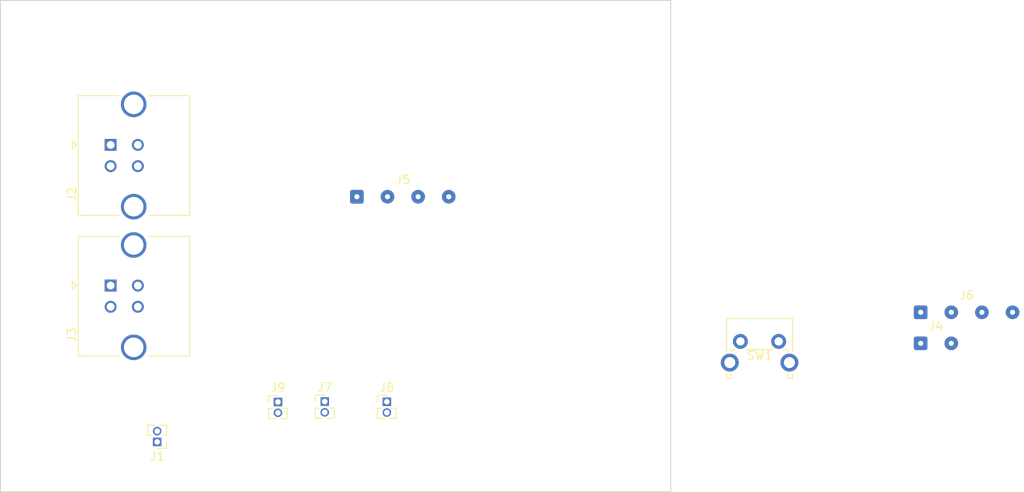
<source format=kicad_pcb>
(kicad_pcb (version 20211014) (generator pcbnew)
  (layers (0 "F.Cu" signal) (31 "B.Cu" signal) (34 "B.Paste" user) (35 "F.Paste" user) (36 "B.SilkS" user "B.Silkscreen") (37 "F.SilkS" user "F.Silkscreen") (38 "B.Mask" user) (39 "F.Mask" user) (44 "Edge.Cuts" user))
  (net 0 "")
  (net 1 "/H1 - Onboard Harp Configuration/Camera2_conn_trigger")
  (net 2 "/H1 - Onboard Harp Configuration/Camera1_conn_trigger")
  (net 3 "/H1 - Onboard Harp Configuration/USB1_V+")
  (net 4 "/H1 - Onboard Harp Configuration/USB1_data-")
  (net 5 "/H1 - Onboard Harp Configuration/USB1_data+")
  (net 6 "GNDD")
  (net 7 "/H1 - Onboard Harp Configuration/USB2_V+")
  (net 8 "/Bonsai Interface PC/HARP1_USB_toBonsai ??")
  (net 9 "/Bonsai Interface PC/HARP2 _USB_toBonsai ??")
  (net 10 "/Bonsai Interface PC/USB2_V+")
  (net 11 "/Bonsai Interface PC/USB2_GND")
  (net 12 "/Bonsai Interface PC/USB1_V+")
  (net 13 "/Bonsai Interface PC/USB1_data-")
  (net 14 "/Bonsai Interface PC/USB1_data+")
  (net 15 "/Bonsai Interface PC/USB1_GND")
  (net 16 "+12V")
  (net 17 "+12P")
  (net 18 "USB2_data-")
  (net 19 "USB2_data+")
  (net 22 "+3.3V")
  (footprint "Connector_Wire:SolderWire-0.1sqmm_1x04_P3.6mm_D0.4mm_OD1mm" (layer "F.Cu") (at 201.05 111.175)
    (fp_text reference "J6" (at 5.4 -2) (layer "F.SilkS"))
    (fp_text value "Conn_01x04_Male")
    (pad "1" thru_hole roundrect (at 0 0) (size 1.6 1.6) (drill 0.6) (layers *.Cu *.Mask) (roundrect_rratio 0.15625) (net 12 "/Bonsai Interface PC/USB1_V+"))
    (pad "2" thru_hole circle (at 3.6 0) (size 1.6 1.6) (drill 0.6) (layers *.Cu *.Mask) (net 13 "/Bonsai Interface PC/USB1_data-"))
    (pad "3" thru_hole circle (at 7.2 0) (size 1.6 1.6) (drill 0.6) (layers *.Cu *.Mask) (net 14 "/Bonsai Interface PC/USB1_data+"))
    (pad "4" thru_hole circle (at 10.8 0) (size 1.6 1.6) (drill 0.6) (layers *.Cu *.Mask) (net 15 "/Bonsai Interface PC/USB1_GND"))
  )
  (footprint "Connector_Wire:SolderWire-0.1sqmm_1x04_P3.6mm_D0.4mm_OD1mm" (layer "F.Cu") (at 134.775 97.575)
    (fp_text reference "J5" (at 5.4 -2) (layer "F.SilkS"))
    (fp_text value "Conn_01x04_Male")
    (pad "1" thru_hole roundrect (at 0 0) (size 1.6 1.6) (drill 0.6) (layers *.Cu *.Mask) (roundrect_rratio 0.15625) (net 10 "/Bonsai Interface PC/USB2_V+"))
    (pad "2" thru_hole circle (at 3.6 0) (size 1.6 1.6) (drill 0.6) (layers *.Cu *.Mask) (net 18 "USB2_data-"))
    (pad "3" thru_hole circle (at 7.2 0) (size 1.6 1.6) (drill 0.6) (layers *.Cu *.Mask) (net 19 "USB2_data+"))
    (pad "4" thru_hole circle (at 10.8 0) (size 1.6 1.6) (drill 0.6) (layers *.Cu *.Mask) (net 11 "/Bonsai Interface PC/USB2_GND"))
  )
  (footprint "Button_Switch_THT:SW_Tactile_SPST_Angled_PTS645Vx83-2LFS" (layer "F.Cu") (at 179.86 114.6)
    (fp_text reference "SW1" (at 2.25 1.68) (layer "F.SilkS"))
    (fp_text value "SW_Push_Open")
    (fp_line (start -1.09 3.8) (end -1.09 4.31) (layer "F.SilkS") (width 0.12))
    (fp_line (start -1.61 3.8) (end -1.61 4.31) (layer "F.SilkS") (width 0.12))
    (fp_line (start 5.59 0.97) (end 5.59 1.2) (layer "F.SilkS") (width 0.12))
    (fp_line (start -1.09 0.97) (end -0.55 0.97) (layer "F.SilkS") (width 0.12))
    (fp_line (start 5.59 4.31) (end 6.11 4.31) (layer "F.SilkS") (width 0.12))
    (fp_line (start 5.59 3.8) (end 5.59 4.31) (layer "F.SilkS") (width 0.12))
    (fp_line (start -1.61 -2.7) (end 6.11 -2.7) (layer "F.SilkS") (width 0.12))
    (fp_line (start 6.11 3.8) (end 6.11 4.31) (layer "F.SilkS") (width 0.12))
    (fp_line (start 6.11 -2.7) (end 6.11 1.2) (layer "F.SilkS") (width 0.12))
    (fp_line (start -1.09 0.97) (end -1.09 1.2) (layer "F.SilkS") (width 0.12))
    (fp_line (start 0.55 0.97) (end 3.95 0.97) (layer "F.SilkS") (width 0.12))
    (fp_line (start -1.61 -2.7) (end -1.61 1.2) (layer "F.SilkS") (width 0.12))
    (fp_line (start 5.05 0.97) (end 5.59 0.97) (layer "F.SilkS") (width 0.12))
    (fp_line (start -1.61 4.31) (end -1.09 4.31) (layer "F.SilkS") (width 0.12))
    (pad "" thru_hole circle (at 5.76 2.49) (size 2.1 2.1) (drill 1.3) (layers *.Cu *.Mask))
    (pad "" thru_hole circle (at -1.25 2.49) (size 2.1 2.1) (drill 1.3) (layers *.Cu *.Mask))
    (pad "1" thru_hole circle (at 0 0) (size 1.75 1.75) (drill 0.99) (layers *.Cu *.Mask) (net 16 "+12V"))
    (pad "2" thru_hole circle (at 4.5 0) (size 1.75 1.75) (drill 0.99) (layers *.Cu *.Mask) (net 17 "+12P"))
  )
  (footprint "Connector_USB:USB_B_TE_5787834_Vertical" (layer "F.Cu") (at 105.83 91.475 90)
    (fp_text reference "J2" (at -5.8 -4.55 90) (layer "F.SilkS"))
    (fp_text value "USB_B")
    (fp_line (start -0.5 -4.5) (end 0 -4) (layer "F.SilkS") (width 0.12))
    (fp_line (start -8.3 1) (end -8.3 -3.8) (layer "F.SilkS") (width 0.12))
    (fp_line (start -8.3 9.3) (end -8.3 4.5) (layer "F.SilkS") (width 0.12))
    (fp_line (start 5.8 9.3) (end -8.3 9.3) (layer "F.SilkS") (width 0.12))
    (fp_line (start 5.8 -3.8) (end 5.8 1) (layer "F.SilkS") (width 0.12))
    (fp_line (start -8.3 -3.8) (end 5.8 -3.8) (layer "F.SilkS") (width 0.12))
    (fp_line (start 0.5 -4.5) (end -0.5 -4.5) (layer "F.SilkS") (width 0.12))
    (fp_line (start 0 -4) (end 0.5 -4.5) (layer "F.SilkS") (width 0.12))
    (fp_line (start 5.8 4.5) (end 5.8 9.3) (layer "F.SilkS") (width 0.12))
    (pad "1" thru_hole rect (at 0 0 90) (size 1.4 1.4) (drill 0.92) (layers *.Cu *.Mask) (net 3 "/H1 - Onboard Harp Configuration/USB1_V+"))
    (pad "2" thru_hole circle (at -2.5 0 90) (size 1.4 1.4) (drill 0.92) (layers *.Cu *.Mask) (net 4 "/H1 - Onboard Harp Configuration/USB1_data-"))
    (pad "3" thru_hole circle (at -2.5 3.2 90) (size 1.4 1.4) (drill 0.92) (layers *.Cu *.Mask) (net 5 "/H1 - Onboard Harp Configuration/USB1_data+"))
    (pad "4" thru_hole circle (at 0 3.2 90) (size 1.4 1.4) (drill 0.92) (layers *.Cu *.Mask) (net 6 "GNDD"))
    (pad "5" thru_hole circle (at 4.77 2.71 90) (size 3 3) (drill 2.3) (layers *.Cu *.Mask) (net 6 "GNDD"))
    (pad "5" thru_hole circle (at -7.27 2.71 90) (size 3 3) (drill 2.3) (layers *.Cu *.Mask) (net 6 "GNDD"))
  )
  (footprint "Connector_PinHeader_1.27mm:PinHeader_1x02_P1.27mm_Vertical" (layer "F.Cu") (at 131 121.675)
    (fp_text reference "J7" (at 0 -1.695) (layer "F.SilkS"))
    (fp_text value "Conn_01x02_Female")
    (fp_line (start 0.563471 0.76) (end 1.11 0.76) (layer "F.SilkS") (width 0.12))
    (fp_line (start 1.11 0.76) (end 1.11 1.965) (layer "F.SilkS") (width 0.12))
    (fp_line (start -1.11 0) (end -1.11 -0.76) (layer "F.SilkS") (width 0.12))
    (fp_line (start -1.11 0.76) (end -0.563471 0.76) (layer "F.SilkS") (width 0.12))
    (fp_line (start -1.11 -0.76) (end 0 -0.76) (layer "F.SilkS") (width 0.12))
    (fp_line (start -1.11 1.965) (end -0.30753 1.965) (layer "F.SilkS") (width 0.12))
    (fp_line (start 0.30753 1.965) (end 1.11 1.965) (layer "F.SilkS") (width 0.12))
    (fp_line (start -1.11 0.76) (end -1.11 1.965) (layer "F.SilkS") (width 0.12))
    (pad "1" thru_hole rect (at 0 0) (size 1 1) (drill 0.65) (layers *.Cu *.Mask))
    (pad "2" thru_hole oval (at 0 1.27) (size 1 1) (drill 0.65) (layers *.Cu *.Mask) (net 22 "+3.3V"))
  )
  (footprint "Connector_PinHeader_1.27mm:PinHeader_1x02_P1.27mm_Vertical" (layer "F.Cu") (at 125.5 121.725)
    (fp_text reference "J9" (at 0 -1.695) (layer "F.SilkS"))
    (fp_text value "Conn_01x02_Female")
    (fp_line (start 0.30753 1.965) (end 1.11 1.965) (layer "F.SilkS") (width 0.12))
    (fp_line (start 0.563471 0.76) (end 1.11 0.76) (layer "F.SilkS") (width 0.12))
    (fp_line (start -1.11 0) (end -1.11 -0.76) (layer "F.SilkS") (width 0.12))
    (fp_line (start -1.11 0.76) (end -1.11 1.965) (layer "F.SilkS") (width 0.12))
    (fp_line (start -1.11 -0.76) (end 0 -0.76) (layer "F.SilkS") (width 0.12))
    (fp_line (start -1.11 1.965) (end -0.30753 1.965) (layer "F.SilkS") (width 0.12))
    (fp_line (start 1.11 0.76) (end 1.11 1.965) (layer "F.SilkS") (width 0.12))
    (fp_line (start -1.11 0.76) (end -0.563471 0.76) (layer "F.SilkS") (width 0.12))
    (pad "1" thru_hole rect (at 0 0) (size 1 1) (drill 0.65) (layers *.Cu *.Mask) (net 22 "+3.3V"))
    (pad "2" thru_hole oval (at 0 1.27) (size 1 1) (drill 0.65) (layers *.Cu *.Mask) (net 22 "+3.3V"))
  )
  (footprint "Connector_PinHeader_1.27mm:PinHeader_1x02_P1.27mm_Vertical" (layer "F.Cu") (at 111.3 126.425 180)
    (fp_text reference "J1" (at 0 -1.695) (layer "F.SilkS"))
    (fp_text value "Conn_01x02_Female")
    (fp_line (start -1.11 -0.76) (end 0 -0.76) (layer "F.SilkS") (width 0.12))
    (fp_line (start -1.11 1.965) (end -0.30753 1.965) (layer "F.SilkS") (width 0.12))
    (fp_line (start 0.30753 1.965) (end 1.11 1.965) (layer "F.SilkS") (width 0.12))
    (fp_line (start -1.11 0) (end -1.11 -0.76) (layer "F.SilkS") (width 0.12))
    (fp_line (start -1.11 0.76) (end -1.11 1.965) (layer "F.SilkS") (width 0.12))
    (fp_line (start -1.11 0.76) (end -0.563471 0.76) (layer "F.SilkS") (width 0.12))
    (fp_line (start 1.11 0.76) (end 1.11 1.965) (layer "F.SilkS") (width 0.12))
    (fp_line (start 0.563471 0.76) (end 1.11 0.76) (layer "F.SilkS") (width 0.12))
    (pad "1" thru_hole rect (at 0 0 180) (size 1 1) (drill 0.65) (layers *.Cu *.Mask) (net 1 "/H1 - Onboard Harp Configuration/Camera2_conn_trigger"))
    (pad "2" thru_hole oval (at 0 1.27 180) (size 1 1) (drill 0.65) (layers *.Cu *.Mask) (net 2 "/H1 - Onboard Harp Configuration/Camera1_conn_trigger"))
  )
  (footprint "Connector_USB:USB_B_TE_5787834_Vertical" (layer "F.Cu") (at 105.83 108.025 90)
    (fp_text reference "J3" (at -5.8 -4.55 90) (layer "F.SilkS"))
    (fp_text value "USB_B")
    (fp_line (start 5.8 -3.8) (end 5.8 1) (layer "F.SilkS") (width 0.12))
    (fp_line (start 0 -4) (end 0.5 -4.5) (layer "F.SilkS") (width 0.12))
    (fp_line (start -8.3 1) (end -8.3 -3.8) (layer "F.SilkS") (width 0.12))
    (fp_line (start 0.5 -4.5) (end -0.5 -4.5) (layer "F.SilkS") (width 0.12))
    (fp_line (start -0.5 -4.5) (end 0 -4) (layer "F.SilkS") (width 0.12))
    (fp_line (start 5.8 4.5) (end 5.8 9.3) (layer "F.SilkS") (width 0.12))
    (fp_line (start -8.3 -3.8) (end 5.8 -3.8) (layer "F.SilkS") (width 0.12))
    (fp_line (start 5.8 9.3) (end -8.3 9.3) (layer "F.SilkS") (width 0.12))
    (fp_line (start -8.3 9.3) (end -8.3 4.5) (layer "F.SilkS") (width 0.12))
    (pad "1" thru_hole rect (at 0 0 90) (size 1.4 1.4) (drill 0.92) (layers *.Cu *.Mask) (net 7 "/H1 - Onboard Harp Configuration/USB2_V+"))
    (pad "2" thru_hole circle (at -2.5 0 90) (size 1.4 1.4) (drill 0.92) (layers *.Cu *.Mask) (net 18 "USB2_data-"))
    (pad "3" thru_hole circle (at -2.5 3.2 90) (size 1.4 1.4) (drill 0.92) (layers *.Cu *.Mask) (net 19 "USB2_data+"))
    (pad "4" thru_hole circle (at 0 3.2 90) (size 1.4 1.4) (drill 0.92) (layers *.Cu *.Mask) (net 6 "GNDD"))
    (pad "5" thru_hole circle (at -7.27 2.71 90) (size 3 3) (drill 2.3) (layers *.Cu *.Mask) (net 6 "GNDD"))
    (pad "5" thru_hole circle (at 4.77 2.71 90) (size 3 3) (drill 2.3) (layers *.Cu *.Mask) (net 6 "GNDD"))
  )
  (footprint "Connector_Wire:SolderWire-0.1sqmm_1x02_P3.6mm_D0.4mm_OD1mm" (layer "F.Cu") (at 201.05 114.825)
    (fp_text reference "J4" (at 1.8 -2) (layer "F.SilkS"))
    (fp_text value "Conn_01x02_Female")
    (pad "1" thru_hole roundrect (at 0 0) (size 1.6 1.6) (drill 0.6) (layers *.Cu *.Mask) (roundrect_rratio 0.15625) (net 8 "/Bonsai Interface PC/HARP1_USB_toBonsai ??"))
    (pad "2" thru_hole circle (at 3.6 0) (size 1.6 1.6) (drill 0.6) (layers *.Cu *.Mask) (net 9 "/Bonsai Interface PC/HARP2 _USB_toBonsai ??"))
  )
  (footprint "Connector_PinHeader_1.27mm:PinHeader_1x02_P1.27mm_Vertical" (layer "F.Cu") (at 138.3 121.7)
    (fp_text reference "J8" (at 0 -1.695) (layer "F.SilkS"))
    (fp_text value "Conn_01x02_Female")
    (fp_line (start 0.30753 1.965) (end 1.11 1.965) (layer "F.SilkS") (width 0.12))
    (fp_line (start -1.11 1.965) (end -0.30753 1.965) (layer "F.SilkS") (width 0.12))
    (fp_line (start -1.11 0.76) (end -0.563471 0.76) (layer "F.SilkS") (width 0.12))
    (fp_line (start 1.11 0.76) (end 1.11 1.965) (layer "F.SilkS") (width 0.12))
    (fp_line (start -1.11 0) (end -1.11 -0.76) (layer "F.SilkS") (width 0.12))
    (fp_line (start -1.11 -0.76) (end 0 -0.76) (layer "F.SilkS") (width 0.12))
    (fp_line (start 0.563471 0.76) (end 1.11 0.76) (layer "F.SilkS") (width 0.12))
    (fp_line (start -1.11 0.76) (end -1.11 1.965) (layer "F.SilkS") (width 0.12))
    (pad "1" thru_hole rect (at 0 0) (size 1 1) (drill 0.65) (layers *.Cu *.Mask) (net 22 "+3.3V"))
    (pad "2" thru_hole oval (at 0 1.27) (size 1 1) (drill 0.65) (layers *.Cu *.Mask))
  )
  (gr_rect (start 92.875 74.475) (end 171.675 132.275) (layer "Edge.Cuts") (width 0.1) (fill none))
)
</source>
